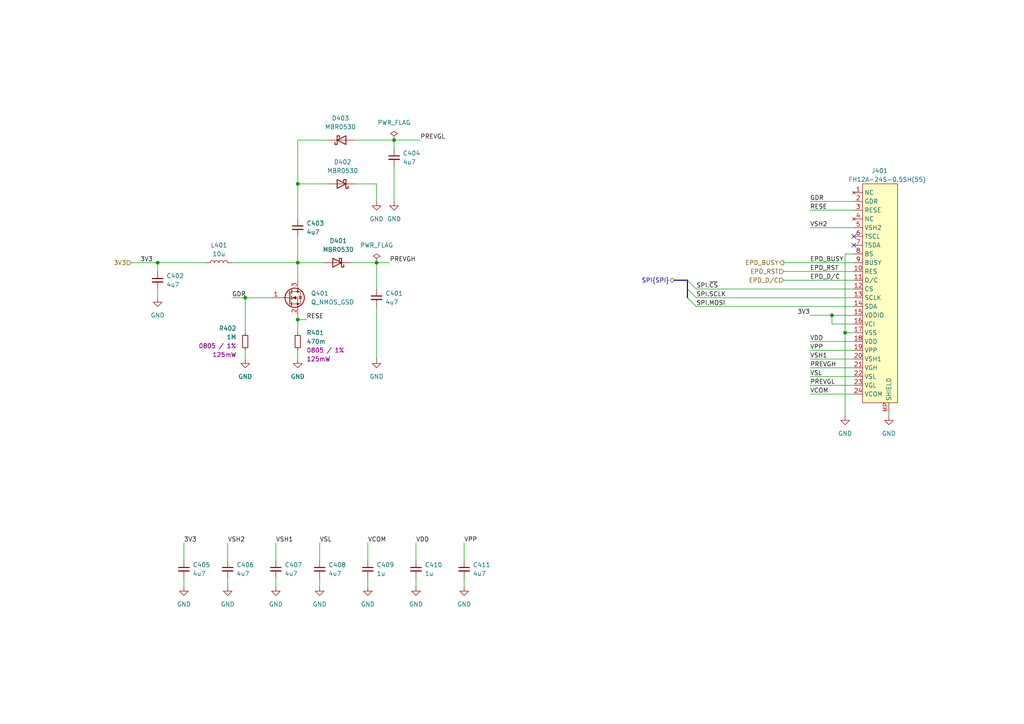
<source format=kicad_sch>
(kicad_sch (version 20231120) (generator "eeschema") (generator_version "8.0")
  (paper "A4")
  (lib_symbols
    (symbol "Device:C_Small" (pin_numbers hide) (pin_names (offset 0.254) hide)
      (property "Reference" "C" (at 0.254 1.778 0))
      (property "Value" "C_Small" (at 0.254 -2.032 0))
      (symbol "C_Small_0_1"
        (polyline (pts (xy -1.524 -0.508) (xy 1.524 -0.508)) (stroke (width 0.3302)))
        (polyline (pts (xy -1.524 0.508) (xy 1.524 0.508)) (stroke (width 0.3048)))
      )
      (symbol "C_Small_1_1"
        (pin passive line (at 0 2.54 270) (length 2.032) (name "~") (number "1"))
        (pin passive line (at 0 -2.54 90) (length 2.032) (name "~") (number "2"))
      )
    )
    (symbol "Device:L" (pin_numbers hide) (pin_names (offset 1.016) hide)
      (property "Reference" "L" (at -1.27 0 90))
      (property "Value" "L" (at 1.905 0 90))
      (symbol "L_0_1"
        (arc (start 0 -2.54) (mid 0.6323 -1.905) (end 0 -1.27))
        (arc (start 0 -1.27) (mid 0.6323 -0.635) (end 0 0))
        (arc (start 0 0) (mid 0.6323 0.635) (end 0 1.27))
        (arc (start 0 1.27) (mid 0.6323 1.905) (end 0 2.54))
      )
      (symbol "L_1_1"
        (pin passive line (at 0 3.81 270) (length 1.27) (name "1") (number "1"))
        (pin passive line (at 0 -3.81 90) (length 1.27) (name "2") (number "2"))
      )
    )
    (symbol "Device:Q_NMOS_GSD" (pin_names (offset 0) hide)
      (property "Reference" "Q" (at 5.08 1.27 0))
      (property "Value" "Q_NMOS_GSD" (at 5.08 -1.27 0))
      (symbol "Q_NMOS_GSD_0_1"
        (polyline (pts (xy 0.254 0) (xy -2.54 0)))
        (polyline (pts (xy 0.254 1.905) (xy 0.254 -1.905)) (stroke (width 0.254)))
        (polyline (pts (xy 0.762 -1.27) (xy 0.762 -2.286)) (stroke (width 0.254)))
        (polyline (pts (xy 0.762 0.508) (xy 0.762 -0.508)) (stroke (width 0.254)))
        (polyline (pts (xy 0.762 2.286) (xy 0.762 1.27)) (stroke (width 0.254)))
        (polyline (pts (xy 2.54 2.54) (xy 2.54 1.778)))
        (polyline (pts (xy 2.54 -2.54) (xy 2.54 0) (xy 0.762 0)))
        (polyline (pts (xy 0.762 -1.778) (xy 3.302 -1.778) (xy 3.302 1.778) (xy 0.762 1.778)))
        (polyline (pts (xy 1.016 0) (xy 2.032 0.381) (xy 2.032 -0.381) (xy 1.016 0)) (fill (type outline)))
        (polyline (pts (xy 2.794 0.508) (xy 2.921 0.381) (xy 3.683 0.381) (xy 3.81 0.254)))
        (polyline (pts (xy 3.302 0.381) (xy 2.921 -0.254) (xy 3.683 -0.254) (xy 3.302 0.381)))
        (circle (center 1.651 0) (radius 2.794) (stroke (width 0.254)))
        (circle (center 2.54 -1.778) (radius 0.254) (fill (type outline)))
        (circle (center 2.54 1.778) (radius 0.254) (fill (type outline)))
      )
      (symbol "Q_NMOS_GSD_1_1"
        (pin input line (at -5.08 0 0) (length 2.54) (name "G") (number "1"))
        (pin passive line (at 2.54 -5.08 90) (length 2.54) (name "S") (number "2"))
        (pin passive line (at 2.54 5.08 270) (length 2.54) (name "D") (number "3"))
      )
    )
    (symbol "Device:R_Small" (pin_numbers hide) (pin_names (offset 0.254) hide)
      (property "Reference" "R" (at 0.762 0.508 0))
      (property "Value" "R_Small" (at 0.762 -1.016 0))
      (symbol "R_Small_0_1"
        (rectangle (start -0.762 1.778) (end 0.762 -1.778) (stroke (width 0.2032)))
      )
      (symbol "R_Small_1_1"
        (pin passive line (at 0 2.54 270) (length 0.762) (name "~") (number "1"))
        (pin passive line (at 0 -2.54 90) (length 0.762) (name "~") (number "2"))
      )
    )
    (symbol "Diode:MBR0530" (pin_numbers hide) (pin_names (offset 1.016) hide)
      (property "Reference" "D" (at 0 2.54 0))
      (property "Value" "MBR0530" (at 0 -2.54 0))
      (symbol "MBR0530_0_1"
        (polyline (pts (xy 1.27 0) (xy -1.27 0)))
        (polyline (pts (xy 1.27 1.27) (xy 1.27 -1.27) (xy -1.27 0) (xy 1.27 1.27)) (stroke (width 0.254)))
        (polyline (pts (xy -1.905 0.635) (xy -1.905 1.27) (xy -1.27 1.27) (xy -1.27 -1.27) (xy -0.635 -1.27) (xy -0.635 -0.635)) (stroke (width 0.254)))
      )
      (symbol "MBR0530_1_1"
        (pin passive line (at -3.81 0 0) (length 2.54) (name "K") (number "1"))
        (pin passive line (at 3.81 0 180) (length 2.54) (name "A") (number "2"))
      )
    )
    (symbol "busbuddy:FPC24"
      (property "Reference" "J" (at 0 33.02 0))
      (symbol "FPC24_1_0"
        (pin input line (at -7.62 26.67 0) (length 2.54) (name "GDR") (number "2"))
        (pin input line (at -7.62 24.13 0) (length 2.54) (name "RESE") (number "3"))
        (pin no_connect line (at -7.62 21.59 0) (length 2.54) (name "NC") (number "4"))
        (pin power_out line (at -7.62 19.05 0) (length 2.54) (name "VSH2") (number "5"))
      )
      (symbol "FPC24_1_1"
        (rectangle (start -5.08 31.75) (end 5.08 -31.75) (fill (type background)))
        (pin no_connect line (at -7.62 29.21 0) (length 2.54) (name "NC") (number "1"))
        (pin input line (at -7.62 6.35 0) (length 2.54) (name "RES") (number "10"))
        (pin input line (at -7.62 3.81 0) (length 2.54) (name "D/C") (number "11"))
        (pin input line (at -7.62 1.27 0) (length 2.54) (name "CS") (number "12"))
        (pin input line (at -7.62 -1.27 0) (length 2.54) (name "SCLK") (number "13"))
        (pin input line (at -7.62 -3.81 0) (length 2.54) (name "SDA") (number "14"))
        (pin power_in line (at -7.62 -6.35 0) (length 2.54) (name "VDDIO") (number "15"))
        (pin power_in line (at -7.62 -8.89 0) (length 2.54) (name "VCI") (number "16"))
        (pin passive line (at -7.62 -11.43 0) (length 2.54) (name "VSS") (number "17"))
        (pin power_out line (at -7.62 -13.97 0) (length 2.54) (name "VDD") (number "18"))
        (pin power_out line (at -7.62 -16.51 0) (length 2.54) (name "VPP") (number "19"))
        (pin power_out line (at -7.62 -19.05 0) (length 2.54) (name "VSH1") (number "20"))
        (pin power_in line (at -7.62 -21.59 0) (length 2.54) (name "VGH") (number "21"))
        (pin power_out line (at -7.62 -24.13 0) (length 2.54) (name "VSL") (number "22"))
        (pin power_in line (at -7.62 -26.67 0) (length 2.54) (name "VGL") (number "23"))
        (pin input line (at -7.62 -29.21 0) (length 2.54) (name "VCOM") (number "24"))
        (pin input line (at -7.62 16.51 0) (length 2.54) (name "TSCL") (number "6"))
        (pin input line (at -7.62 13.97 0) (length 2.54) (name "TSDA") (number "7"))
        (pin input line (at -7.62 11.43 0) (length 2.54) (name "BS") (number "8"))
        (pin input line (at -7.62 8.89 0) (length 2.54) (name "BUSY") (number "9"))
        (pin passive line (at 2.54 -34.29 90) (length 2.54) (name "SHIELD") (number "MP"))
      )
    )
    (symbol "power:GND" (power) (pin_numbers hide) (pin_names (offset 0) hide)
      (property "Value" "GND" (at 0 -3.81 0))
      (symbol "GND_0_1"
        (polyline (pts (xy 0 0) (xy 0 -1.27) (xy 1.27 -1.27) (xy 0 -2.54) (xy -1.27 -1.27) (xy 0 -1.27)))
      )
      (symbol "GND_1_1"
        (pin power_in line (at 0 0 270) (length 0) (name "~") (number "1"))
      )
    )
    (symbol "power:PWR_FLAG" (power) (pin_numbers hide) (pin_names (offset 0) hide)
      (property "Value" "PWR_FLAG" (at 0 3.81 0))
      (symbol "PWR_FLAG_0_0"
        (pin power_out line (at 0 0 90) (length 0) (name "~") (number "1"))
      )
      (symbol "PWR_FLAG_0_1"
        (polyline (pts (xy 0 0) (xy 0 1.27) (xy -1.016 1.905) (xy 0 2.54) (xy 1.016 1.905) (xy 0 1.27)))
      )
    )
  )
  (junction (at 45.72 76.2))
  (junction (at 86.36 76.2))
  (junction (at 109.22 76.2))
  (junction (at 86.36 53.34))
  (junction (at 245.11 96.52))
  (junction (at 114.3 40.64))
  (junction (at 241.3 91.44))
  (junction (at 86.36 92.71))
  (junction (at 71.12 86.36))
  (no_connect (at 247.65 71.12))
  (no_connect (at 247.65 68.58))
  (bus_entry (at 201.93 86.36) (size -2.54 -2.54))
  (bus_entry (at 201.93 88.9) (size -2.54 -2.54))
  (bus_entry (at 201.93 83.82) (size -2.54 -2.54))
  (wire (pts (xy 234.95 60.96) (xy 247.65 60.96)))
  (wire (pts (xy 109.22 58.42) (xy 109.22 53.34)))
  (wire (pts (xy 109.22 88.9) (xy 109.22 104.14)))
  (wire (pts (xy 114.3 58.42) (xy 114.3 48.26)))
  (wire (pts (xy 234.95 101.6) (xy 247.65 101.6)))
  (wire (pts (xy 114.3 43.18) (xy 114.3 40.64)))
  (wire (pts (xy 67.31 76.2) (xy 86.36 76.2)))
  (wire (pts (xy 134.62 157.48) (xy 134.62 162.56)))
  (wire (pts (xy 86.36 92.71) (xy 86.36 91.44)))
  (wire (pts (xy 234.95 99.06) (xy 247.65 99.06)))
  (wire (pts (xy 247.65 73.66) (xy 245.11 73.66)))
  (wire (pts (xy 234.95 111.76) (xy 247.65 111.76)))
  (wire (pts (xy 227.33 76.2) (xy 247.65 76.2)))
  (wire (pts (xy 71.12 96.52) (xy 71.12 86.36)))
  (wire (pts (xy 71.12 104.14) (xy 71.12 101.6)))
  (wire (pts (xy 67.31 86.36) (xy 71.12 86.36)))
  (wire (pts (xy 86.36 76.2) (xy 86.36 81.28)))
  (wire (pts (xy 257.81 120.65) (xy 257.81 119.38)))
  (wire (pts (xy 86.36 104.14) (xy 86.36 101.6)))
  (wire (pts (xy 86.36 53.34) (xy 86.36 63.5)))
  (bus (pts (xy 199.39 83.82) (xy 199.39 86.36)))
  (wire (pts (xy 86.36 53.34) (xy 95.25 53.34)))
  (wire (pts (xy 71.12 86.36) (xy 78.74 86.36)))
  (wire (pts (xy 234.95 114.3) (xy 247.65 114.3)))
  (wire (pts (xy 45.72 86.36) (xy 45.72 83.82)))
  (wire (pts (xy 45.72 76.2) (xy 59.69 76.2)))
  (wire (pts (xy 80.01 157.48) (xy 80.01 162.56)))
  (bus (pts (xy 199.39 81.28) (xy 199.39 83.82)))
  (wire (pts (xy 241.3 91.44) (xy 247.65 91.44)))
  (wire (pts (xy 241.3 91.44) (xy 241.3 93.98)))
  (wire (pts (xy 114.3 40.64) (xy 121.92 40.64)))
  (wire (pts (xy 134.62 170.18) (xy 134.62 167.64)))
  (wire (pts (xy 245.11 96.52) (xy 245.11 120.65)))
  (wire (pts (xy 86.36 53.34) (xy 86.36 40.64)))
  (wire (pts (xy 241.3 93.98) (xy 247.65 93.98)))
  (wire (pts (xy 234.95 91.44) (xy 241.3 91.44)))
  (wire (pts (xy 92.71 157.48) (xy 92.71 162.56)))
  (wire (pts (xy 86.36 68.58) (xy 86.36 76.2)))
  (wire (pts (xy 86.36 96.52) (xy 86.36 92.71)))
  (wire (pts (xy 234.95 109.22) (xy 247.65 109.22)))
  (wire (pts (xy 234.95 104.14) (xy 247.65 104.14)))
  (wire (pts (xy 38.1 76.2) (xy 45.72 76.2)))
  (bus (pts (xy 195.58 81.28) (xy 199.39 81.28)))
  (wire (pts (xy 93.98 76.2) (xy 86.36 76.2)))
  (wire (pts (xy 120.65 170.18) (xy 120.65 167.64)))
  (wire (pts (xy 92.71 170.18) (xy 92.71 167.64)))
  (wire (pts (xy 109.22 76.2) (xy 109.22 83.82)))
  (wire (pts (xy 106.68 157.48) (xy 106.68 162.56)))
  (wire (pts (xy 53.34 157.48) (xy 53.34 162.56)))
  (wire (pts (xy 109.22 76.2) (xy 113.03 76.2)))
  (wire (pts (xy 227.33 81.28) (xy 247.65 81.28)))
  (wire (pts (xy 201.93 88.9) (xy 247.65 88.9)))
  (wire (pts (xy 114.3 40.64) (xy 102.87 40.64)))
  (wire (pts (xy 101.6 76.2) (xy 109.22 76.2)))
  (wire (pts (xy 45.72 76.2) (xy 45.72 78.74)))
  (wire (pts (xy 227.33 78.74) (xy 247.65 78.74)))
  (wire (pts (xy 109.22 53.34) (xy 102.87 53.34)))
  (wire (pts (xy 80.01 170.18) (xy 80.01 167.64)))
  (wire (pts (xy 247.65 96.52) (xy 245.11 96.52)))
  (wire (pts (xy 120.65 157.48) (xy 120.65 162.56)))
  (wire (pts (xy 66.04 157.48) (xy 66.04 162.56)))
  (wire (pts (xy 234.95 66.04) (xy 247.65 66.04)))
  (wire (pts (xy 234.95 58.42) (xy 247.65 58.42)))
  (wire (pts (xy 66.04 170.18) (xy 66.04 167.64)))
  (wire (pts (xy 53.34 170.18) (xy 53.34 167.64)))
  (wire (pts (xy 86.36 40.64) (xy 95.25 40.64)))
  (wire (pts (xy 106.68 170.18) (xy 106.68 167.64)))
  (wire (pts (xy 234.95 106.68) (xy 247.65 106.68)))
  (wire (pts (xy 201.93 86.36) (xy 247.65 86.36)))
  (wire (pts (xy 245.11 73.66) (xy 245.11 96.52)))
  (wire (pts (xy 201.93 83.82) (xy 247.65 83.82)))
  (wire (pts (xy 86.36 92.71) (xy 88.9 92.71)))
  (label "VDD" (at 234.95 99.06 0))
  (label "VSH1" (at 234.95 104.14 0))
  (label "RESE" (at 88.9 92.71 0))
  (label "VSL" (at 92.71 157.48 0))
  (label "VCOM" (at 234.95 114.3 0))
  (label "SPI.~{CS}" (at 201.93 83.82 0))
  (label "PREVGL" (at 121.92 40.64 0))
  (label "PREVGL" (at 234.95 111.76 0))
  (label "VPP" (at 134.62 157.48 0))
  (label "VCOM" (at 106.68 157.48 0))
  (label "VPP" (at 234.95 101.6 0))
  (label "3V3" (at 40.64 76.2 0))
  (label "PREVGH" (at 234.95 106.68 0))
  (label "EPD_BUSY" (at 234.95 76.2 0))
  (label "VSH2" (at 234.95 66.04 0))
  (label "3V3" (at 53.34 157.48 0))
  (label "EPD_RST" (at 234.95 78.74 0))
  (label "VSH1" (at 80.01 157.48 0))
  (label "EPD_D{slash}C" (at 234.95 81.28 0))
  (label "PREVGH" (at 113.03 76.2 0))
  (label "GDR" (at 234.95 58.42 0))
  (label "RESE" (at 234.95 60.96 0))
  (label "VSL" (at 234.95 109.22 0))
  (label "VDD" (at 120.65 157.48 0))
  (label "GDR" (at 67.31 86.36 0))
  (label "3V3" (at 234.95 91.44 180))
  (label "VSH2" (at 66.04 157.48 0))
  (label "SPI.SCLK" (at 201.93 86.36 0))
  (label "SPI.MOSI" (at 201.93 88.9 0))
  (hierarchical_label "3V3" (shape input) (at 38.1 76.2 180))
  (hierarchical_label "EPD_D{slash}C" (shape input) (at 227.33 81.28 180))
  (hierarchical_label "SPI{SPI}" (shape bidirectional) (at 195.58 81.28 180))
  (hierarchical_label "EPD_RST" (shape input) (at 227.33 78.74 180))
  (hierarchical_label "EPD_BUSY" (shape output) (at 227.33 76.2 180))
  (symbol (lib_id "Device:C_Small") (at 109.22 86.36 0) (unit 1)
    (property "Reference" "C401" (at 111.76 85.0963 0) (effects (justify left)))
    (property "Value" "4u7" (at 111.76 87.6363 0) (effects (justify left)))
    (property "Footprint" "Capacitor_SMD:C_0805_2012Metric" (effects (hide yes)))
    (property "Description" "Unpolarized capacitor, small symbol" (effects (hide yes)))
    (property "LCSC Part Number" "C98192" (effects (hide yes)))
    (property "Line 1" "${Tolerance} / ${Rated Voltage}" (effects (hide yes)))
    (property "MPN" "CL21A475KBQNNNE" (effects (hide yes)))
    (property "Manufacturer" "Samsung Electro-Mechanics" (effects (hide yes)))
    (property "Package" "0805" (effects (hide yes)))
    (property "Tolerance" "10%" (effects (hide yes)))
    (property "Rated Voltage" "50V" (effects (hide yes)))
    (property "Dielectric" "X7R" (effects (hide yes)))
  )
  (symbol (lib_id "power:GND") (at 66.04 170.18 0) (unit 1)
    (property "Reference" "#PWR0411" (effects (hide yes)))
    (property "Value" "GND" (at 66.04 175.26 0))
    (property "Description" "Power symbol creates a global label with name \"GND\" , ground" (effects (hide yes)))
  )
  (symbol (lib_id "power:GND") (at 257.81 120.65 0) (unit 1)
    (property "Reference" "#PWR0403" (effects (hide yes)))
    (property "Value" "GND" (at 257.81 125.73 0))
    (property "Description" "Power symbol creates a global label with name \"GND\" , ground" (effects (hide yes)))
  )
  (symbol (lib_id "power:PWR_FLAG") (at 114.3 40.64 0) (unit 1)
    (property "Reference" "#FLG04" (effects (hide yes)))
    (property "Value" "PWR_FLAG" (at 114.3 35.56 0))
    (property "Description" "Special symbol for telling ERC where power comes from" (effects (hide yes)))
  )
  (symbol (lib_id "Device:C_Small") (at 106.68 165.1 0) (unit 1)
    (property "Reference" "C409" (at 109.22 163.8363 0) (effects (justify left)))
    (property "Value" "1u" (at 109.22 166.3763 0) (effects (justify left)))
    (property "Footprint" "Capacitor_SMD:C_0805_2012Metric" (effects (hide yes)))
    (property "Description" "Unpolarized capacitor, small symbol" (effects (hide yes)))
    (property "LCSC Part Number" "C91185" (effects (hide yes)))
    (property "Line 1" "${Tolerance} / ${Rated Voltage}" (effects (hide yes)))
    (property "MPN" "CC0805KKX7R9BB105" (effects (hide yes)))
    (property "Manufacturer" "YAGEO" (effects (hide yes)))
    (property "Package" "0805" (effects (hide yes)))
    (property "Tolerance" "10%" (effects (hide yes)))
    (property "Rated Voltage" "50V" (effects (hide yes)))
    (property "Dielectric" "X7R" (effects (hide yes)))
  )
  (symbol (lib_id "Device:C_Small") (at 45.72 81.28 0) (unit 1)
    (property "Reference" "C402" (at 48.26 80.0163 0) (effects (justify left)))
    (property "Value" "4u7" (at 48.26 82.5563 0) (effects (justify left)))
    (property "Footprint" "Capacitor_SMD:C_0805_2012Metric" (effects (hide yes)))
    (property "Description" "Unpolarized capacitor, small symbol" (effects (hide yes)))
    (property "LCSC Part Number" "C98192" (effects (hide yes)))
    (property "Line 1" "${Tolerance} / ${Rated Voltage}" (effects (hide yes)))
    (property "MPN" "CL21A475KBQNNNE" (effects (hide yes)))
    (property "Manufacturer" "Samsung Electro-Mechanics" (effects (hide yes)))
    (property "Package" "0805" (effects (hide yes)))
    (property "Tolerance" "10%" (effects (hide yes)))
    (property "Rated Voltage" "50V" (effects (hide yes)))
    (property "Dielectric" "X7R" (effects (hide yes)))
  )
  (symbol (lib_id "power:GND") (at 120.65 170.18 0) (unit 1)
    (property "Reference" "#PWR0415" (effects (hide yes)))
    (property "Value" "GND" (at 120.65 175.26 0))
    (property "Description" "Power symbol creates a global label with name \"GND\" , ground" (effects (hide yes)))
  )
  (symbol (lib_id "power:GND") (at 80.01 170.18 0) (unit 1)
    (property "Reference" "#PWR0412" (effects (hide yes)))
    (property "Value" "GND" (at 80.01 175.26 0))
    (property "Description" "Power symbol creates a global label with name \"GND\" , ground" (effects (hide yes)))
  )
  (symbol (lib_id "Device:L") (at 63.5 76.2 90) (unit 1)
    (property "Reference" "L401" (at 63.5 71.12 90))
    (property "Value" "10u" (at 63.5 73.66 90))
    (property "Footprint" "busbuddy:L_4x4x2.6" (effects (hide yes)))
    (property "Description" "Inductor" (effects (hide yes)))
    (property "LCSC Part Number" "C497803" (effects (hide yes)))
    (property "MPN" "YJYCOIN YNR4026-100M" (effects (hide yes)))
    (property "Manufacturer" "YJYCOIN" (effects (hide yes)))
  )
  (symbol (lib_id "Diode:MBR0530") (at 99.06 53.34 180) (unit 1)
    (property "Reference" "D402" (at 99.3775 46.99 0))
    (property "Value" "MBR0530" (at 99.3775 49.53 0))
    (property "Footprint" "Diode_SMD:D_SOD-123" (effects (hide yes)))
    (property "Datasheet" "http://www.mccsemi.com/up_pdf/MBR0520~MBR0580(SOD123).pdf" (effects (hide yes)))
    (property "Description" "30V 0.5A Schottky Power Rectifier Diode, SOD-123" (effects (hide yes)))
    (property "LCSC Part Number" "C77336" (effects (hide yes)))
    (property "MPN" "MBR0530" (effects (hide yes)))
    (property "Manufacturer" "Jiangsu Changjing Electronics Technology Co., Ltd." (effects (hide yes)))
  )
  (symbol (lib_id "Device:C_Small") (at 92.71 165.1 0) (unit 1)
    (property "Reference" "C408" (at 95.25 163.8363 0) (effects (justify left)))
    (property "Value" "4u7" (at 95.25 166.3763 0) (effects (justify left)))
    (property "Footprint" "Capacitor_SMD:C_0805_2012Metric" (effects (hide yes)))
    (property "Description" "Unpolarized capacitor, small symbol" (effects (hide yes)))
    (property "LCSC Part Number" "C98192" (effects (hide yes)))
    (property "Line 1" "${Tolerance} / ${Rated Voltage}" (effects (hide yes)))
    (property "MPN" "CL21A475KBQNNNE" (effects (hide yes)))
    (property "Manufacturer" "Samsung Electro-Mechanics" (effects (hide yes)))
    (property "Package" "0805" (effects (hide yes)))
    (property "Tolerance" "10%" (effects (hide yes)))
    (property "Rated Voltage" "50V" (effects (hide yes)))
    (property "Dielectric" "X7R" (effects (hide yes)))
  )
  (symbol (lib_id "Diode:MBR0530") (at 97.79 76.2 180) (unit 1)
    (property "Reference" "D401" (at 98.1075 69.85 0))
    (property "Value" "MBR0530" (at 98.1075 72.39 0))
    (property "Footprint" "Diode_SMD:D_SOD-123" (effects (hide yes)))
    (property "Datasheet" "http://www.mccsemi.com/up_pdf/MBR0520~MBR0580(SOD123).pdf" (effects (hide yes)))
    (property "Description" "30V 0.5A Schottky Power Rectifier Diode, SOD-123" (effects (hide yes)))
    (property "LCSC Part Number" "C77336" (effects (hide yes)))
    (property "MPN" "MBR0530" (effects (hide yes)))
    (property "Manufacturer" "Jiangsu Changjing Electronics Technology Co., Ltd." (effects (hide yes)))
  )
  (symbol (lib_id "power:GND") (at 114.3 58.42 0) (unit 1)
    (property "Reference" "#PWR0409" (effects (hide yes)))
    (property "Value" "GND" (at 114.3 63.5 0))
    (property "Description" "Power symbol creates a global label with name \"GND\" , ground" (effects (hide yes)))
  )
  (symbol (lib_id "power:GND") (at 109.22 104.14 0) (unit 1)
    (property "Reference" "#PWR0406" (effects (hide yes)))
    (property "Value" "GND" (at 109.22 109.22 0))
    (property "Description" "Power symbol creates a global label with name \"GND\" , ground" (effects (hide yes)))
  )
  (symbol (lib_id "power:GND") (at 45.72 86.36 0) (unit 1)
    (property "Reference" "#PWR0407" (effects (hide yes)))
    (property "Value" "GND" (at 45.72 91.44 0))
    (property "Description" "Power symbol creates a global label with name \"GND\" , ground" (effects (hide yes)))
  )
  (symbol (lib_id "power:GND") (at 71.12 104.14 0) (unit 1)
    (property "Reference" "#PWR0405" (effects (hide yes)))
    (property "Value" "GND" (at 71.12 109.22 0))
    (property "Description" "Power symbol creates a global label with name \"GND\" , ground" (effects (hide yes)))
  )
  (symbol (lib_id "Device:R_Small") (at 86.36 99.06 0) (unit 1)
    (property "Reference" "R401" (at 88.9 96.52 0) (effects (justify left)))
    (property "Value" "470m" (at 88.9 99.06 0) (effects (justify left)))
    (property "Footprint" "Resistor_SMD:R_0805_2012Metric" (effects (hide yes)))
    (property "Description" "Resistor, small symbol" (effects (hide yes)))
    (property "Line 1" "${Package} / ${Tolerance}" (at 88.9 101.6 0) (effects (justify left)))
    (property "Line 2" "${Power}" (at 88.9 104.14 0) (effects (justify left)))
    (property "LCSC Part Number" "C25040" (effects (hide yes)))
    (property "MPN" "0805W8F470LT5E" (effects (hide yes)))
    (property "Manufacturer" "UNI-ROYAL(Uniroyal Elec)" (effects (hide yes)))
    (property "Package" "0805" (effects (hide yes)))
    (property "Power" "125mW" (effects (hide yes)))
    (property "Tolerance" "1%" (effects (hide yes)))
  )
  (symbol (lib_id "Device:C_Small") (at 53.34 165.1 0) (unit 1)
    (property "Reference" "C405" (at 55.88 163.8363 0) (effects (justify left)))
    (property "Value" "4u7" (at 55.88 166.3763 0) (effects (justify left)))
    (property "Footprint" "Capacitor_SMD:C_0805_2012Metric" (effects (hide yes)))
    (property "Description" "Unpolarized capacitor, small symbol" (effects (hide yes)))
    (property "LCSC Part Number" "C98192" (effects (hide yes)))
    (property "Line 1" "${Tolerance} / ${Rated Voltage}" (effects (hide yes)))
    (property "MPN" "CL21A475KBQNNNE" (effects (hide yes)))
    (property "Manufacturer" "Samsung Electro-Mechanics" (effects (hide yes)))
    (property "Package" "0805" (effects (hide yes)))
    (property "Tolerance" "10%" (effects (hide yes)))
    (property "Rated Voltage" "50V" (effects (hide yes)))
    (property "Dielectric" "X7R" (effects (hide yes)))
  )
  (symbol (lib_id "power:GND") (at 53.34 170.18 0) (unit 1)
    (property "Reference" "#PWR0410" (effects (hide yes)))
    (property "Value" "GND" (at 53.34 175.26 0))
    (property "Description" "Power symbol creates a global label with name \"GND\" , ground" (effects (hide yes)))
  )
  (symbol (lib_id "Device:Q_NMOS_GSD") (at 83.82 86.36 0) (unit 1)
    (property "Reference" "Q401" (at 90.17 85.09 0) (effects (justify left)))
    (property "Value" "Q_NMOS_GSD" (at 90.17 87.63 0) (effects (justify left)))
    (property "Footprint" "Package_TO_SOT_SMD:SOT-323_SC-70" (effects (hide yes)))
    (property "Description" "N-MOSFET transistor, gate/source/drain" (effects (hide yes)))
    (property "MPN" "SI1308EDL-T1-GE3" (effects (hide yes)))
    (property "Manufacturer" "Vishay Semiconductors" (effects (hide yes)))
    (property "Mouser Part Number" "78-SI1308EDL-T1-GE3" (effects (hide yes)))
  )
  (symbol (lib_id "Device:C_Small") (at 114.3 45.72 0) (unit 1)
    (property "Reference" "C404" (at 116.84 44.4563 0) (effects (justify left)))
    (property "Value" "4u7" (at 116.84 46.9963 0) (effects (justify left)))
    (property "Footprint" "Capacitor_SMD:C_0805_2012Metric" (effects (hide yes)))
    (property "Description" "Unpolarized capacitor, small symbol" (effects (hide yes)))
    (property "LCSC Part Number" "C98192" (effects (hide yes)))
    (property "Line 1" "${Tolerance} / ${Rated Voltage}" (effects (hide yes)))
    (property "MPN" "CL21A475KBQNNNE" (effects (hide yes)))
    (property "Manufacturer" "Samsung Electro-Mechanics" (effects (hide yes)))
    (property "Package" "0805" (effects (hide yes)))
    (property "Tolerance" "10%" (effects (hide yes)))
    (property "Rated Voltage" "50V" (effects (hide yes)))
    (property "Dielectric" "X7R" (effects (hide yes)))
  )
  (symbol (lib_id "busbuddy:FPC24") (at 255.27 85.09 0) (unit 1)
    (property "Reference" "J401" (at 252.73 49.53 0) (effects (justify left)))
    (property "Value" "FH12A-24S-0.5SH(55) " (at 257.81 52.07 0))
    (property "Footprint" "Connector_FFC-FPC:Hirose_FH12-24S-0.5SH_1x24-1MP_P0.50mm_Horizontal" (effects (hide yes)))
    (property "Datasheet" "https://www.lcsc.com/product-detail/FFC-FPC-Connectors_HRS-Hirose-FH12A-24S-0-5SH-55_C506794.html" (effects (hide yes)))
    (property "LCSC Part Number" "C506794" (effects (hide yes)))
    (property "MPN" "FH12A-24S-0.5SH(55) " (effects (hide yes)))
    (property "Manufacturer" "Hirose" (effects (hide yes)))
  )
  (symbol (lib_id "power:GND") (at 245.11 120.65 0) (unit 1)
    (property "Reference" "#PWR0402" (effects (hide yes)))
    (property "Value" "GND" (at 245.11 125.73 0))
    (property "Description" "Power symbol creates a global label with name \"GND\" , ground" (effects (hide yes)))
  )
  (symbol (lib_id "Device:C_Small") (at 134.62 165.1 0) (unit 1)
    (property "Reference" "C411" (at 137.16 163.8363 0) (effects (justify left)))
    (property "Value" "4u7" (at 137.16 166.3763 0) (effects (justify left)))
    (property "Footprint" "Capacitor_SMD:C_0805_2012Metric" (effects (hide yes)))
    (property "Description" "Unpolarized capacitor, small symbol" (effects (hide yes)))
    (property "LCSC Part Number" "C98192" (effects (hide yes)))
    (property "Line 1" "${Tolerance} / ${Rated Voltage}" (effects (hide yes)))
    (property "MPN" "CL21A475KBQNNNE" (effects (hide yes)))
    (property "Manufacturer" "Samsung Electro-Mechanics" (effects (hide yes)))
    (property "Package" "0805" (effects (hide yes)))
    (property "Tolerance" "10%" (effects (hide yes)))
    (property "Rated Voltage" "50V" (effects (hide yes)))
    (property "Dielectric" "X7R" (effects (hide yes)))
  )
  (symbol (lib_id "power:PWR_FLAG") (at 109.22 76.2 0) (unit 1)
    (property "Reference" "#FLG05" (effects (hide yes)))
    (property "Value" "PWR_FLAG" (at 109.22 71.12 0))
    (property "Description" "Special symbol for telling ERC where power comes from" (effects (hide yes)))
  )
  (symbol (lib_id "power:GND") (at 109.22 58.42 0) (unit 1)
    (property "Reference" "#PWR0408" (effects (hide yes)))
    (property "Value" "GND" (at 109.22 63.5 0))
    (property "Description" "Power symbol creates a global label with name \"GND\" , ground" (effects (hide yes)))
  )
  (symbol (lib_id "power:GND") (at 86.36 104.14 0) (unit 1)
    (property "Reference" "#PWR0404" (effects (hide yes)))
    (property "Value" "GND" (at 86.36 109.22 0))
    (property "Description" "Power symbol creates a global label with name \"GND\" , ground" (effects (hide yes)))
  )
  (symbol (lib_id "power:GND") (at 92.71 170.18 0) (unit 1)
    (property "Reference" "#PWR0413" (effects (hide yes)))
    (property "Value" "GND" (at 92.71 175.26 0))
    (property "Description" "Power symbol creates a global label with name \"GND\" , ground" (effects (hide yes)))
  )
  (symbol (lib_id "Device:R_Small") (at 71.12 99.06 0) (mirror y) (unit 1)
    (property "Reference" "R402" (at 68.58 95.25 0) (effects (justify left)))
    (property "Value" "1M" (at 68.58 97.79 0) (effects (justify left)))
    (property "Footprint" "Resistor_SMD:R_0805_2012Metric" (effects (hide yes)))
    (property "Description" "Resistor, small symbol" (effects (hide yes)))
    (property "Line 1" "${Package} / ${Tolerance}" (at 68.58 100.33 0) (effects (justify left)))
    (property "Line 2" "${Power}" (at 68.58 102.87 0) (effects (justify left)))
    (property "LCSC Part Number" "C17514" (effects (hide yes)))
    (property "MPN" "0805W8F1004T5E" (effects (hide yes)))
    (property "Manufacturer" "UNI-ROYAL(Uniroyal Elec)" (effects (hide yes)))
    (property "Package" "0805" (effects (hide yes)))
    (property "Tolerance" "1%" (effects (hide yes)))
    (property "Power" "125mW" (effects (hide yes)))
  )
  (symbol (lib_id "power:GND") (at 134.62 170.18 0) (unit 1)
    (property "Reference" "#PWR0416" (effects (hide yes)))
    (property "Value" "GND" (at 134.62 175.26 0))
    (property "Description" "Power symbol creates a global label with name \"GND\" , ground" (effects (hide yes)))
  )
  (symbol (lib_id "Diode:MBR0530") (at 99.06 40.64 0) (mirror x) (unit 1)
    (property "Reference" "D403" (at 98.7425 34.29 0))
    (property "Value" "MBR0530" (at 98.7425 36.83 0))
    (property "Footprint" "Diode_SMD:D_SOD-123" (effects (hide yes)))
    (property "Datasheet" "http://www.mccsemi.com/up_pdf/MBR0520~MBR0580(SOD123).pdf" (effects (hide yes)))
    (property "Description" "30V 0.5A Schottky Power Rectifier Diode, SOD-123" (effects (hide yes)))
    (property "LCSC Part Number" "C77336" (effects (hide yes)))
    (property "MPN" "MBR0530" (effects (hide yes)))
    (property "Manufacturer" "Jiangsu Changjing Electronics Technology Co., Ltd." (effects (hide yes)))
  )
  (symbol (lib_id "Device:C_Small") (at 86.36 66.04 0) (unit 1)
    (property "Reference" "C403" (at 88.9 64.7763 0) (effects (justify left)))
    (property "Value" "4u7" (at 88.9 67.3163 0) (effects (justify left)))
    (property "Footprint" "Capacitor_SMD:C_0805_2012Metric" (effects (hide yes)))
    (property "Description" "Unpolarized capacitor, small symbol" (effects (hide yes)))
    (property "LCSC Part Number" "C98192" (effects (hide yes)))
    (property "Line 1" "${Tolerance} / ${Rated Voltage}" (effects (hide yes)))
    (property "MPN" "CL21A475KBQNNNE" (effects (hide yes)))
    (property "Manufacturer" "Samsung Electro-Mechanics" (effects (hide yes)))
    (property "Package" "0805" (effects (hide yes)))
    (property "Tolerance" "10%" (effects (hide yes)))
    (property "Rated Voltage" "50V" (effects (hide yes)))
    (property "Dielectric" "X7R" (effects (hide yes)))
  )
  (symbol (lib_id "Device:C_Small") (at 66.04 165.1 0) (unit 1)
    (property "Reference" "C406" (at 68.58 163.8363 0) (effects (justify left)))
    (property "Value" "4u7" (at 68.58 166.3763 0) (effects (justify left)))
    (property "Footprint" "Capacitor_SMD:C_0805_2012Metric" (effects (hide yes)))
    (property "Description" "Unpolarized capacitor, small symbol" (effects (hide yes)))
    (property "LCSC Part Number" "C98192" (effects (hide yes)))
    (property "Line 1" "${Tolerance} / ${Rated Voltage}" (effects (hide yes)))
    (property "MPN" "CL21A475KBQNNNE" (effects (hide yes)))
    (property "Manufacturer" "Samsung Electro-Mechanics" (effects (hide yes)))
    (property "Package" "0805" (effects (hide yes)))
    (property "Tolerance" "10%" (effects (hide yes)))
    (property "Rated Voltage" "50V" (effects (hide yes)))
    (property "Dielectric" "X7R" (effects (hide yes)))
  )
  (symbol (lib_id "Device:C_Small") (at 120.65 165.1 0) (unit 1)
    (property "Reference" "C410" (at 123.19 163.8363 0) (effects (justify left)))
    (property "Value" "1u" (at 123.19 166.3763 0) (effects (justify left)))
    (property "Footprint" "Capacitor_SMD:C_0805_2012Metric" (effects (hide yes)))
    (property "Description" "Unpolarized capacitor, small symbol" (effects (hide yes)))
    (property "LCSC Part Number" "C91185" (effects (hide yes)))
    (property "Line 1" "${Tolerance} / ${Rated Voltage}" (effects (hide yes)))
    (property "MPN" "CC0805KKX7R9BB105" (effects (hide yes)))
    (property "Manufacturer" "YAGEO" (effects (hide yes)))
    (property "Package" "0805" (effects (hide yes)))
    (property "Tolerance" "10%" (effects (hide yes)))
    (property "Rated Voltage" "50V" (effects (hide yes)))
    (property "Dielectric" "X7R" (effects (hide yes)))
  )
  (symbol (lib_id "Device:C_Small") (at 80.01 165.1 0) (unit 1)
    (property "Reference" "C407" (at 82.55 163.8363 0) (effects (justify left)))
    (property "Value" "4u7" (at 82.55 166.3763 0) (effects (justify left)))
    (property "Footprint" "Capacitor_SMD:C_0805_2012Metric" (effects (hide yes)))
    (property "Description" "Unpolarized capacitor, small symbol" (effects (hide yes)))
    (property "LCSC Part Number" "C98192" (effects (hide yes)))
    (property "Line 1" "${Tolerance} / ${Rated Voltage}" (effects (hide yes)))
    (property "MPN" "CL21A475KBQNNNE" (effects (hide yes)))
    (property "Manufacturer" "Samsung Electro-Mechanics" (effects (hide yes)))
    (property "Package" "0805" (effects (hide yes)))
    (property "Tolerance" "10%" (effects (hide yes)))
    (property "Rated Voltage" "50V" (effects (hide yes)))
    (property "Dielectric" "X7R" (effects (hide yes)))
  )
  (symbol (lib_id "power:GND") (at 106.68 170.18 0) (unit 1)
    (property "Reference" "#PWR0414" (effects (hide yes)))
    (property "Value" "GND" (at 106.68 175.26 0))
    (property "Description" "Power symbol creates a global label with name \"GND\" , ground" (effects (hide yes)))
  )
)
</source>
